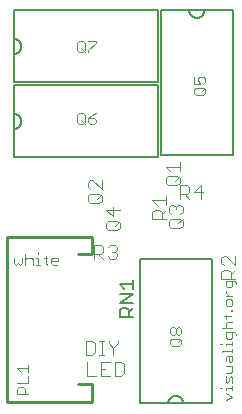
<source format=gto>
G75*
G70*
%OFA0B0*%
%FSLAX24Y24*%
%IPPOS*%
%LPD*%
%AMOC8*
5,1,8,0,0,1.08239X$1,22.5*
%
%ADD10C,0.0040*%
%ADD11C,0.0030*%
%ADD12C,0.0050*%
%ADD13C,0.0100*%
D10*
X002872Y001900D02*
X003102Y001900D01*
X003179Y001977D01*
X003179Y002284D01*
X003102Y002360D01*
X002872Y002360D01*
X002872Y001900D01*
X002919Y001660D02*
X002919Y001200D01*
X003226Y001200D01*
X003379Y001200D02*
X003686Y001200D01*
X003840Y001200D02*
X004070Y001200D01*
X004147Y001277D01*
X004147Y001584D01*
X004070Y001660D01*
X003840Y001660D01*
X003840Y001200D01*
X003533Y001430D02*
X003379Y001430D01*
X003379Y001660D02*
X003379Y001200D01*
X003379Y001660D02*
X003686Y001660D01*
X003793Y001900D02*
X003793Y002130D01*
X003947Y002284D01*
X003947Y002360D01*
X003793Y002130D02*
X003640Y002284D01*
X003640Y002360D01*
X003486Y002360D02*
X003333Y002360D01*
X003409Y002360D02*
X003409Y001900D01*
X003333Y001900D02*
X003486Y001900D01*
X003457Y005100D02*
X003303Y005253D01*
X003380Y005253D02*
X003150Y005253D01*
X003150Y005100D02*
X003150Y005560D01*
X003380Y005560D01*
X003457Y005484D01*
X003457Y005330D01*
X003380Y005253D01*
X003610Y005177D02*
X003687Y005100D01*
X003841Y005100D01*
X003917Y005177D01*
X003917Y005253D01*
X003841Y005330D01*
X003764Y005330D01*
X003841Y005330D02*
X003917Y005407D01*
X003917Y005484D01*
X003841Y005560D01*
X003687Y005560D01*
X003610Y005484D01*
X003626Y006050D02*
X003550Y006127D01*
X003550Y006280D01*
X003626Y006357D01*
X003933Y006357D01*
X004010Y006280D01*
X004010Y006127D01*
X003933Y006050D01*
X003626Y006050D01*
X003857Y006203D02*
X004010Y006357D01*
X004010Y006741D02*
X003550Y006741D01*
X003780Y006510D01*
X003780Y006817D01*
X003410Y007027D02*
X003333Y006950D01*
X003026Y006950D01*
X002950Y007027D01*
X002950Y007180D01*
X003026Y007257D01*
X003333Y007257D01*
X003410Y007180D01*
X003410Y007027D01*
X003257Y007103D02*
X003410Y007257D01*
X003410Y007410D02*
X003103Y007717D01*
X003026Y007717D01*
X002950Y007641D01*
X002950Y007487D01*
X003026Y007410D01*
X003410Y007410D02*
X003410Y007717D01*
X005100Y007043D02*
X005560Y007043D01*
X005560Y006890D02*
X005560Y007197D01*
X005726Y006897D02*
X005803Y006897D01*
X005880Y006820D01*
X005957Y006897D01*
X006033Y006897D01*
X006110Y006820D01*
X006110Y006666D01*
X006033Y006590D01*
X006033Y006436D02*
X006110Y006359D01*
X006110Y006206D01*
X006033Y006129D01*
X005726Y006129D01*
X005650Y006206D01*
X005650Y006359D01*
X005726Y006436D01*
X006033Y006436D01*
X006110Y006436D02*
X005957Y006283D01*
X005726Y006590D02*
X005650Y006666D01*
X005650Y006820D01*
X005726Y006897D01*
X005880Y006820D02*
X005880Y006743D01*
X006029Y007100D02*
X006029Y007560D01*
X006259Y007560D01*
X006336Y007484D01*
X006336Y007330D01*
X006259Y007253D01*
X006029Y007253D01*
X006183Y007253D02*
X006336Y007100D01*
X006490Y007330D02*
X006797Y007330D01*
X006720Y007100D02*
X006720Y007560D01*
X006490Y007330D01*
X006010Y007627D02*
X005933Y007550D01*
X005626Y007550D01*
X005550Y007627D01*
X005550Y007780D01*
X005626Y007857D01*
X005933Y007857D01*
X006010Y007780D01*
X006010Y007627D01*
X005857Y007703D02*
X006010Y007857D01*
X006010Y008010D02*
X006010Y008317D01*
X006010Y008164D02*
X005550Y008164D01*
X005703Y008010D01*
X005100Y007043D02*
X005253Y006890D01*
X005176Y006736D02*
X005100Y006659D01*
X005100Y006429D01*
X005560Y006429D01*
X005407Y006429D02*
X005407Y006659D01*
X005330Y006736D01*
X005176Y006736D01*
X005407Y006583D02*
X005560Y006736D01*
X007400Y005120D02*
X007400Y004966D01*
X007476Y004890D01*
X007476Y004736D02*
X007630Y004736D01*
X007707Y004659D01*
X007707Y004429D01*
X007860Y004429D02*
X007400Y004429D01*
X007400Y004659D01*
X007476Y004736D01*
X007707Y004583D02*
X007860Y004736D01*
X007860Y004890D02*
X007553Y005197D01*
X007476Y005197D01*
X007400Y005120D01*
X007860Y005197D02*
X007860Y004890D01*
D11*
X007822Y004369D02*
X007538Y004369D01*
X007538Y004199D01*
X007595Y004143D01*
X007708Y004143D01*
X007765Y004199D01*
X007765Y004369D01*
X007822Y004369D02*
X007878Y004313D01*
X007878Y004256D01*
X007765Y003859D02*
X007538Y003859D01*
X007538Y003972D02*
X007538Y004029D01*
X007538Y003972D02*
X007652Y003859D01*
X007708Y003745D02*
X007595Y003745D01*
X007538Y003688D01*
X007538Y003575D01*
X007595Y003518D01*
X007708Y003518D01*
X007765Y003575D01*
X007765Y003688D01*
X007708Y003745D01*
X007708Y003404D02*
X007765Y003404D01*
X007765Y003348D01*
X007708Y003348D01*
X007708Y003404D01*
X007765Y003234D02*
X007708Y003177D01*
X007481Y003177D01*
X007538Y003121D02*
X007538Y003234D01*
X007595Y003007D02*
X007765Y003007D01*
X007765Y002780D02*
X007425Y002780D01*
X007538Y002837D02*
X007538Y002950D01*
X007595Y003007D01*
X007538Y002837D02*
X007595Y002780D01*
X007538Y002666D02*
X007538Y002496D01*
X007595Y002439D01*
X007708Y002439D01*
X007765Y002496D01*
X007765Y002666D01*
X007822Y002666D02*
X007538Y002666D01*
X007822Y002666D02*
X007878Y002609D01*
X007878Y002553D01*
X007765Y002325D02*
X007765Y002212D01*
X007765Y002269D02*
X007538Y002269D01*
X007538Y002212D01*
X007425Y002269D02*
X007368Y002269D01*
X007425Y002042D02*
X007765Y002042D01*
X007765Y002098D02*
X007765Y001985D01*
X007765Y001871D02*
X007765Y001701D01*
X007708Y001644D01*
X007652Y001701D01*
X007652Y001871D01*
X007595Y001871D02*
X007765Y001871D01*
X007595Y001871D02*
X007538Y001814D01*
X007538Y001701D01*
X007538Y001530D02*
X007765Y001530D01*
X007765Y001360D01*
X007708Y001304D01*
X007538Y001304D01*
X007538Y001190D02*
X007538Y001020D01*
X007595Y000963D01*
X007652Y001020D01*
X007652Y001133D01*
X007708Y001190D01*
X007765Y001133D01*
X007765Y000963D01*
X007765Y000849D02*
X007765Y000736D01*
X007765Y000792D02*
X007538Y000792D01*
X007538Y000736D01*
X007538Y000622D02*
X007765Y000508D01*
X007538Y000395D01*
X007425Y000792D02*
X007368Y000792D01*
X007425Y001985D02*
X007425Y002042D01*
X006065Y002257D02*
X006003Y002195D01*
X005756Y002195D01*
X005695Y002257D01*
X005695Y002380D01*
X005756Y002442D01*
X006003Y002442D01*
X006065Y002380D01*
X006065Y002257D01*
X005942Y002318D02*
X006065Y002442D01*
X006003Y002563D02*
X005942Y002563D01*
X005880Y002625D01*
X005880Y002748D01*
X005942Y002810D01*
X006003Y002810D01*
X006065Y002748D01*
X006065Y002625D01*
X006003Y002563D01*
X005880Y002625D02*
X005818Y002563D01*
X005756Y002563D01*
X005695Y002625D01*
X005695Y002748D01*
X005756Y002810D01*
X005818Y002810D01*
X005880Y002748D01*
X001970Y005018D02*
X001723Y005018D01*
X001723Y004957D02*
X001723Y005080D01*
X001784Y005142D01*
X001908Y005142D01*
X001970Y005080D01*
X001970Y005018D01*
X001908Y004895D02*
X001784Y004895D01*
X001723Y004957D01*
X001601Y004895D02*
X001539Y004957D01*
X001539Y005204D01*
X001477Y005142D02*
X001601Y005142D01*
X001355Y004895D02*
X001232Y004895D01*
X001293Y004895D02*
X001293Y005142D01*
X001232Y005142D01*
X001110Y005080D02*
X001110Y004895D01*
X001110Y005080D02*
X001048Y005142D01*
X000925Y005142D01*
X000863Y005080D01*
X000863Y005265D02*
X000863Y004895D01*
X000742Y004957D02*
X000742Y005142D01*
X000742Y004957D02*
X000680Y004895D01*
X000618Y004957D01*
X000557Y004895D01*
X000495Y004957D01*
X000495Y005142D01*
X001293Y005265D02*
X001293Y005327D01*
X000965Y001574D02*
X000965Y001327D01*
X000965Y001205D02*
X000965Y000958D01*
X000595Y000958D01*
X000656Y000837D02*
X000780Y000837D01*
X000842Y000775D01*
X000842Y000590D01*
X000965Y000590D02*
X000595Y000590D01*
X000595Y000775D01*
X000656Y000837D01*
X000718Y001327D02*
X000595Y001450D01*
X000965Y001450D01*
X002657Y009595D02*
X002595Y009657D01*
X002595Y009904D01*
X002657Y009965D01*
X002780Y009965D01*
X002842Y009904D01*
X002842Y009657D01*
X002780Y009595D01*
X002657Y009595D01*
X002718Y009718D02*
X002842Y009595D01*
X002963Y009657D02*
X002963Y009780D01*
X003148Y009780D01*
X003210Y009718D01*
X003210Y009657D01*
X003148Y009595D01*
X003025Y009595D01*
X002963Y009657D01*
X002963Y009780D02*
X003087Y009904D01*
X003210Y009965D01*
X002963Y011995D02*
X002963Y012057D01*
X003210Y012304D01*
X003210Y012365D01*
X002963Y012365D01*
X002842Y012304D02*
X002842Y012057D01*
X002780Y011995D01*
X002657Y011995D01*
X002595Y012057D01*
X002595Y012304D01*
X002657Y012365D01*
X002780Y012365D01*
X002842Y012304D01*
X002718Y012118D02*
X002842Y011995D01*
X006495Y011174D02*
X006495Y010927D01*
X006680Y010927D01*
X006618Y011050D01*
X006618Y011112D01*
X006680Y011174D01*
X006803Y011174D01*
X006865Y011112D01*
X006865Y010988D01*
X006803Y010927D01*
X006803Y010805D02*
X006865Y010744D01*
X006865Y010620D01*
X006803Y010558D01*
X006556Y010558D01*
X006495Y010620D01*
X006495Y010744D01*
X006556Y010805D01*
X006803Y010805D01*
X006865Y010805D02*
X006742Y010682D01*
D12*
X007780Y008570D02*
X005380Y008570D01*
X005380Y013380D01*
X006330Y013380D01*
X006830Y013380D01*
X007780Y013380D01*
X007780Y008570D01*
X007080Y005090D02*
X007080Y000280D01*
X006130Y000280D01*
X005630Y000280D01*
X004680Y000280D01*
X004680Y005090D01*
X007080Y005090D01*
X005290Y008480D02*
X000480Y008480D01*
X000480Y009430D01*
X000480Y009930D01*
X000480Y010880D01*
X005290Y010880D01*
X005290Y008480D01*
X005290Y010980D02*
X000480Y010980D01*
X000480Y011930D01*
X000480Y012430D01*
X000480Y013380D01*
X005290Y013380D01*
X005290Y010980D01*
X006330Y013380D02*
X006332Y013350D01*
X006337Y013320D01*
X006346Y013291D01*
X006359Y013264D01*
X006374Y013238D01*
X006393Y013214D01*
X006414Y013193D01*
X006438Y013174D01*
X006464Y013159D01*
X006491Y013146D01*
X006520Y013137D01*
X006550Y013132D01*
X006580Y013130D01*
X006610Y013132D01*
X006640Y013137D01*
X006669Y013146D01*
X006696Y013159D01*
X006722Y013174D01*
X006746Y013193D01*
X006767Y013214D01*
X006786Y013238D01*
X006801Y013264D01*
X006814Y013291D01*
X006823Y013320D01*
X006828Y013350D01*
X006830Y013380D01*
X004455Y004395D02*
X004455Y004095D01*
X004455Y004245D02*
X004005Y004245D01*
X004155Y004095D01*
X004005Y003934D02*
X004455Y003934D01*
X004005Y003634D01*
X004455Y003634D01*
X004455Y003474D02*
X004305Y003324D01*
X004305Y003399D02*
X004305Y003174D01*
X004305Y003399D02*
X004230Y003474D01*
X004080Y003474D01*
X004005Y003399D01*
X004005Y003174D01*
X004455Y003174D01*
X005630Y000280D02*
X005632Y000310D01*
X005637Y000340D01*
X005646Y000369D01*
X005659Y000396D01*
X005674Y000422D01*
X005693Y000446D01*
X005714Y000467D01*
X005738Y000486D01*
X005764Y000501D01*
X005791Y000514D01*
X005820Y000523D01*
X005850Y000528D01*
X005880Y000530D01*
X005910Y000528D01*
X005940Y000523D01*
X005969Y000514D01*
X005996Y000501D01*
X006022Y000486D01*
X006046Y000467D01*
X006067Y000446D01*
X006086Y000422D01*
X006101Y000396D01*
X006114Y000369D01*
X006123Y000340D01*
X006128Y000310D01*
X006130Y000280D01*
X000480Y009430D02*
X000510Y009432D01*
X000540Y009437D01*
X000569Y009446D01*
X000596Y009459D01*
X000622Y009474D01*
X000646Y009493D01*
X000667Y009514D01*
X000686Y009538D01*
X000701Y009564D01*
X000714Y009591D01*
X000723Y009620D01*
X000728Y009650D01*
X000730Y009680D01*
X000728Y009710D01*
X000723Y009740D01*
X000714Y009769D01*
X000701Y009796D01*
X000686Y009822D01*
X000667Y009846D01*
X000646Y009867D01*
X000622Y009886D01*
X000596Y009901D01*
X000569Y009914D01*
X000540Y009923D01*
X000510Y009928D01*
X000480Y009930D01*
X000480Y011930D02*
X000510Y011932D01*
X000540Y011937D01*
X000569Y011946D01*
X000596Y011959D01*
X000622Y011974D01*
X000646Y011993D01*
X000667Y012014D01*
X000686Y012038D01*
X000701Y012064D01*
X000714Y012091D01*
X000723Y012120D01*
X000728Y012150D01*
X000730Y012180D01*
X000728Y012210D01*
X000723Y012240D01*
X000714Y012269D01*
X000701Y012296D01*
X000686Y012322D01*
X000667Y012346D01*
X000646Y012367D01*
X000622Y012386D01*
X000596Y012401D01*
X000569Y012414D01*
X000540Y012423D01*
X000510Y012428D01*
X000480Y012430D01*
D13*
X000263Y000324D02*
X003097Y000324D01*
X003097Y000915D01*
X002625Y000915D01*
X000263Y000324D02*
X000263Y005836D01*
X003097Y005836D01*
X003097Y005245D01*
X002625Y005245D01*
M02*

</source>
